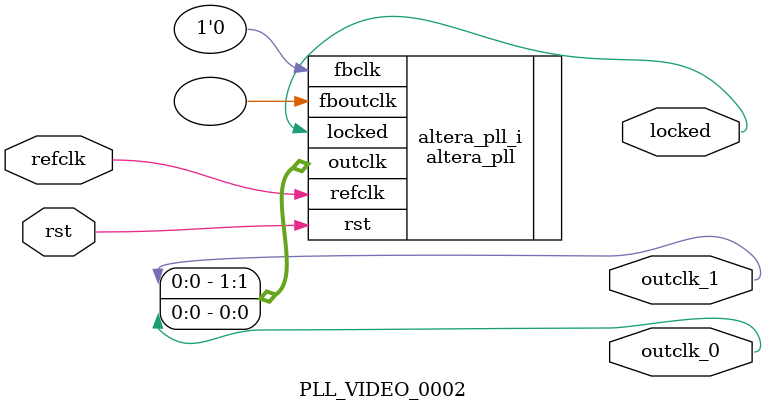
<source format=v>
`timescale 1ns/10ps
module  PLL_VIDEO_0002(

	// interface 'refclk'
	input wire refclk,

	// interface 'reset'
	input wire rst,

	// interface 'outclk0'
	output wire outclk_0,

	// interface 'outclk1'
	output wire outclk_1,

	// interface 'locked'
	output wire locked
);

	altera_pll #(
		.fractional_vco_multiplier("false"),
		.reference_clock_frequency("50.0 MHz"),
		.operation_mode("direct"),
		.number_of_clocks(2),
		.output_clock_frequency0("65.000000 MHz"),
		.phase_shift0("0 ps"),
		.duty_cycle0(50),
		.output_clock_frequency1("195.000000 MHz"),
		.phase_shift1("0 ps"),
		.duty_cycle1(50),
		.output_clock_frequency2("0 MHz"),
		.phase_shift2("0 ps"),
		.duty_cycle2(50),
		.output_clock_frequency3("0 MHz"),
		.phase_shift3("0 ps"),
		.duty_cycle3(50),
		.output_clock_frequency4("0 MHz"),
		.phase_shift4("0 ps"),
		.duty_cycle4(50),
		.output_clock_frequency5("0 MHz"),
		.phase_shift5("0 ps"),
		.duty_cycle5(50),
		.output_clock_frequency6("0 MHz"),
		.phase_shift6("0 ps"),
		.duty_cycle6(50),
		.output_clock_frequency7("0 MHz"),
		.phase_shift7("0 ps"),
		.duty_cycle7(50),
		.output_clock_frequency8("0 MHz"),
		.phase_shift8("0 ps"),
		.duty_cycle8(50),
		.output_clock_frequency9("0 MHz"),
		.phase_shift9("0 ps"),
		.duty_cycle9(50),
		.output_clock_frequency10("0 MHz"),
		.phase_shift10("0 ps"),
		.duty_cycle10(50),
		.output_clock_frequency11("0 MHz"),
		.phase_shift11("0 ps"),
		.duty_cycle11(50),
		.output_clock_frequency12("0 MHz"),
		.phase_shift12("0 ps"),
		.duty_cycle12(50),
		.output_clock_frequency13("0 MHz"),
		.phase_shift13("0 ps"),
		.duty_cycle13(50),
		.output_clock_frequency14("0 MHz"),
		.phase_shift14("0 ps"),
		.duty_cycle14(50),
		.output_clock_frequency15("0 MHz"),
		.phase_shift15("0 ps"),
		.duty_cycle15(50),
		.output_clock_frequency16("0 MHz"),
		.phase_shift16("0 ps"),
		.duty_cycle16(50),
		.output_clock_frequency17("0 MHz"),
		.phase_shift17("0 ps"),
		.duty_cycle17(50),
		.pll_type("General"),
		.pll_subtype("General")
	) altera_pll_i (
		.rst	(rst),
		.outclk	({outclk_1, outclk_0}),
		.locked	(locked),
		.fboutclk	( ),
		.fbclk	(1'b0),
		.refclk	(refclk)
	);
endmodule


</source>
